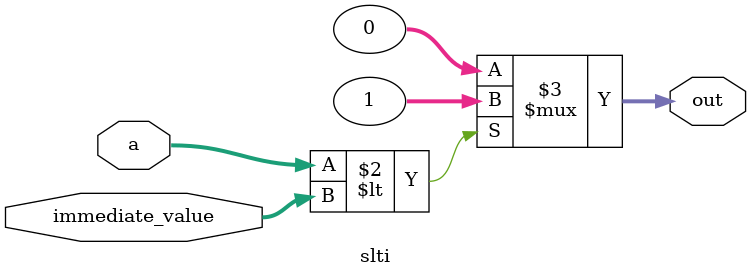
<source format=v>
module slti(a,immediate_value,out);
input [31:0]a,immediate_value;
output reg [31:0] out;
always @*
out= a<immediate_value ? 1:0 ;
endmodule

</source>
